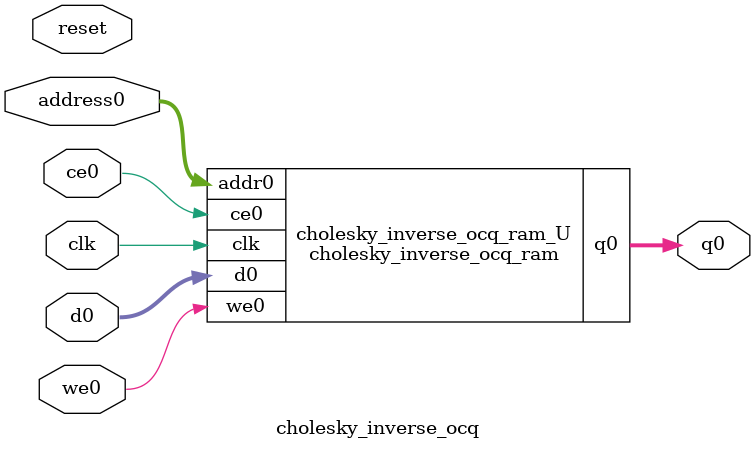
<source format=v>

`timescale 1 ns / 1 ps
module cholesky_inverse_ocq_ram (addr0, ce0, d0, we0, q0,  clk);

parameter DWIDTH = 32;
parameter AWIDTH = 4;
parameter MEM_SIZE = 16;

input[AWIDTH-1:0] addr0;
input ce0;
input[DWIDTH-1:0] d0;
input we0;
output reg[DWIDTH-1:0] q0;
input clk;

(* ram_style = "distributed" *)reg [DWIDTH-1:0] ram[0:MEM_SIZE-1];




always @(posedge clk)  
begin 
    if (ce0) 
    begin
        if (we0) 
        begin 
            ram[addr0] <= d0; 
            q0 <= d0;
        end 
        else 
            q0 <= ram[addr0];
    end
end


endmodule


`timescale 1 ns / 1 ps
module cholesky_inverse_ocq(
    reset,
    clk,
    address0,
    ce0,
    we0,
    d0,
    q0);

parameter DataWidth = 32'd32;
parameter AddressRange = 32'd16;
parameter AddressWidth = 32'd4;
input reset;
input clk;
input[AddressWidth - 1:0] address0;
input ce0;
input we0;
input[DataWidth - 1:0] d0;
output[DataWidth - 1:0] q0;



cholesky_inverse_ocq_ram cholesky_inverse_ocq_ram_U(
    .clk( clk ),
    .addr0( address0 ),
    .ce0( ce0 ),
    .we0( we0 ),
    .d0( d0 ),
    .q0( q0 ));

endmodule


</source>
